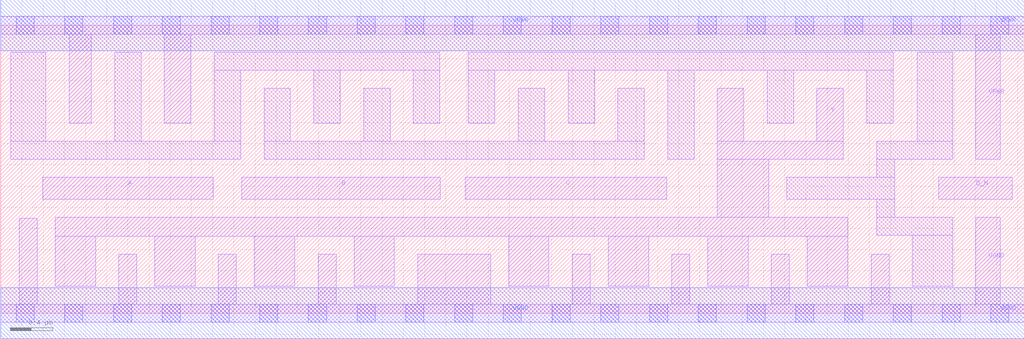
<source format=lef>
# Copyright 2020 The SkyWater PDK Authors
#
# Licensed under the Apache License, Version 2.0 (the "License");
# you may not use this file except in compliance with the License.
# You may obtain a copy of the License at
#
#     https://www.apache.org/licenses/LICENSE-2.0
#
# Unless required by applicable law or agreed to in writing, software
# distributed under the License is distributed on an "AS IS" BASIS,
# WITHOUT WARRANTIES OR CONDITIONS OF ANY KIND, either express or implied.
# See the License for the specific language governing permissions and
# limitations under the License.
#
# SPDX-License-Identifier: Apache-2.0

VERSION 5.7 ;
  NAMESCASESENSITIVE ON ;
  NOWIREEXTENSIONATPIN ON ;
  DIVIDERCHAR "/" ;
  BUSBITCHARS "[]" ;
UNITS
  DATABASE MICRONS 200 ;
END UNITS
PROPERTYDEFINITIONS
  MACRO maskLayoutSubType STRING ;
  MACRO prCellType STRING ;
  MACRO originalViewName STRING ;
END PROPERTYDEFINITIONS
MACRO sky130_fd_sc_hdll__nor4b_4
  CLASS CORE ;
  FOREIGN sky130_fd_sc_hdll__nor4b_4 ;
  ORIGIN  0.000000  0.000000 ;
  SIZE  9.660000 BY  2.720000 ;
  SYMMETRY X Y R90 ;
  SITE unithd ;
  PIN A
    ANTENNAGATEAREA  1.110000 ;
    DIRECTION INPUT ;
    USE SIGNAL ;
    PORT
      LAYER li1 ;
        RECT 0.395000 1.075000 2.005000 1.285000 ;
    END
  END A
  PIN B
    ANTENNAGATEAREA  1.110000 ;
    DIRECTION INPUT ;
    USE SIGNAL ;
    PORT
      LAYER li1 ;
        RECT 2.275000 1.075000 4.150000 1.285000 ;
    END
  END B
  PIN C
    ANTENNAGATEAREA  1.110000 ;
    DIRECTION INPUT ;
    USE SIGNAL ;
    PORT
      LAYER li1 ;
        RECT 4.385000 1.075000 6.285000 1.285000 ;
    END
  END C
  PIN D_N
    ANTENNAGATEAREA  0.277500 ;
    DIRECTION INPUT ;
    USE SIGNAL ;
    PORT
      LAYER li1 ;
        RECT 8.855000 1.075000 9.550000 1.285000 ;
    END
  END D_N
  PIN VGND
    ANTENNADIFFAREA  2.281500 ;
    DIRECTION INOUT ;
    USE SIGNAL ;
    PORT
      LAYER li1 ;
        RECT 0.000000 -0.085000 9.660000 0.085000 ;
        RECT 0.175000  0.085000 0.345000 0.895000 ;
        RECT 1.115000  0.085000 1.285000 0.555000 ;
        RECT 2.055000  0.085000 2.225000 0.555000 ;
        RECT 2.995000  0.085000 3.165000 0.555000 ;
        RECT 3.935000  0.085000 4.625000 0.555000 ;
        RECT 5.395000  0.085000 5.565000 0.555000 ;
        RECT 6.335000  0.085000 6.505000 0.555000 ;
        RECT 7.275000  0.085000 7.445000 0.555000 ;
        RECT 8.215000  0.085000 8.385000 0.555000 ;
        RECT 9.205000  0.085000 9.435000 0.905000 ;
      LAYER mcon ;
        RECT 0.145000 -0.085000 0.315000 0.085000 ;
        RECT 0.605000 -0.085000 0.775000 0.085000 ;
        RECT 1.065000 -0.085000 1.235000 0.085000 ;
        RECT 1.525000 -0.085000 1.695000 0.085000 ;
        RECT 1.985000 -0.085000 2.155000 0.085000 ;
        RECT 2.445000 -0.085000 2.615000 0.085000 ;
        RECT 2.905000 -0.085000 3.075000 0.085000 ;
        RECT 3.365000 -0.085000 3.535000 0.085000 ;
        RECT 3.825000 -0.085000 3.995000 0.085000 ;
        RECT 4.285000 -0.085000 4.455000 0.085000 ;
        RECT 4.745000 -0.085000 4.915000 0.085000 ;
        RECT 5.205000 -0.085000 5.375000 0.085000 ;
        RECT 5.665000 -0.085000 5.835000 0.085000 ;
        RECT 6.125000 -0.085000 6.295000 0.085000 ;
        RECT 6.585000 -0.085000 6.755000 0.085000 ;
        RECT 7.045000 -0.085000 7.215000 0.085000 ;
        RECT 7.505000 -0.085000 7.675000 0.085000 ;
        RECT 7.965000 -0.085000 8.135000 0.085000 ;
        RECT 8.425000 -0.085000 8.595000 0.085000 ;
        RECT 8.885000 -0.085000 9.055000 0.085000 ;
        RECT 9.345000 -0.085000 9.515000 0.085000 ;
      LAYER met1 ;
        RECT 0.000000 -0.240000 9.660000 0.240000 ;
    END
  END VGND
  PIN VPWR
    ANTENNADIFFAREA  0.870000 ;
    DIRECTION INOUT ;
    USE SIGNAL ;
    PORT
      LAYER li1 ;
        RECT 0.000000 2.635000 9.660000 2.805000 ;
        RECT 0.645000 1.795000 0.855000 2.635000 ;
        RECT 1.545000 1.795000 1.795000 2.635000 ;
        RECT 9.205000 1.455000 9.435000 2.635000 ;
      LAYER mcon ;
        RECT 0.145000 2.635000 0.315000 2.805000 ;
        RECT 0.605000 2.635000 0.775000 2.805000 ;
        RECT 1.065000 2.635000 1.235000 2.805000 ;
        RECT 1.525000 2.635000 1.695000 2.805000 ;
        RECT 1.985000 2.635000 2.155000 2.805000 ;
        RECT 2.445000 2.635000 2.615000 2.805000 ;
        RECT 2.905000 2.635000 3.075000 2.805000 ;
        RECT 3.365000 2.635000 3.535000 2.805000 ;
        RECT 3.825000 2.635000 3.995000 2.805000 ;
        RECT 4.285000 2.635000 4.455000 2.805000 ;
        RECT 4.745000 2.635000 4.915000 2.805000 ;
        RECT 5.205000 2.635000 5.375000 2.805000 ;
        RECT 5.665000 2.635000 5.835000 2.805000 ;
        RECT 6.125000 2.635000 6.295000 2.805000 ;
        RECT 6.585000 2.635000 6.755000 2.805000 ;
        RECT 7.045000 2.635000 7.215000 2.805000 ;
        RECT 7.505000 2.635000 7.675000 2.805000 ;
        RECT 7.965000 2.635000 8.135000 2.805000 ;
        RECT 8.425000 2.635000 8.595000 2.805000 ;
        RECT 8.885000 2.635000 9.055000 2.805000 ;
        RECT 9.345000 2.635000 9.515000 2.805000 ;
      LAYER met1 ;
        RECT 0.000000 2.480000 9.660000 2.960000 ;
    END
  END VPWR
  PIN Y
    ANTENNADIFFAREA  2.341500 ;
    DIRECTION OUTPUT ;
    USE SIGNAL ;
    PORT
      LAYER li1 ;
        RECT 0.515000 0.255000 0.895000 0.725000 ;
        RECT 0.515000 0.725000 7.995000 0.905000 ;
        RECT 1.455000 0.255000 1.835000 0.725000 ;
        RECT 2.395000 0.255000 2.775000 0.725000 ;
        RECT 3.335000 0.255000 3.715000 0.725000 ;
        RECT 4.795000 0.255000 5.175000 0.725000 ;
        RECT 5.735000 0.255000 6.115000 0.725000 ;
        RECT 6.675000 0.255000 7.055000 0.725000 ;
        RECT 6.765000 0.905000 7.250000 1.455000 ;
        RECT 6.765000 1.455000 7.955000 1.625000 ;
        RECT 6.765000 1.625000 7.015000 2.125000 ;
        RECT 7.615000 0.255000 7.995000 0.725000 ;
        RECT 7.705000 1.625000 7.955000 2.125000 ;
    END
  END Y
  OBS
    LAYER li1 ;
      RECT 0.095000 1.455000 2.265000 1.625000 ;
      RECT 0.095000 1.625000 0.425000 2.465000 ;
      RECT 1.075000 1.625000 1.325000 2.465000 ;
      RECT 2.015000 1.625000 2.265000 2.295000 ;
      RECT 2.015000 2.295000 4.145000 2.465000 ;
      RECT 2.485000 1.455000 6.075000 1.625000 ;
      RECT 2.485000 1.625000 2.735000 2.125000 ;
      RECT 2.955000 1.795000 3.205000 2.295000 ;
      RECT 3.425000 1.625000 3.675000 2.125000 ;
      RECT 3.895000 1.795000 4.145000 2.295000 ;
      RECT 4.415000 1.795000 4.665000 2.295000 ;
      RECT 4.415000 2.295000 8.425000 2.465000 ;
      RECT 4.885000 1.625000 5.135000 2.125000 ;
      RECT 5.355000 1.795000 5.605000 2.295000 ;
      RECT 5.825000 1.625000 6.075000 2.125000 ;
      RECT 6.295000 1.455000 6.545000 2.295000 ;
      RECT 7.235000 1.795000 7.485000 2.295000 ;
      RECT 7.420000 1.075000 8.440000 1.285000 ;
      RECT 8.175000 1.795000 8.425000 2.295000 ;
      RECT 8.270000 0.735000 8.985000 0.905000 ;
      RECT 8.270000 0.905000 8.440000 1.075000 ;
      RECT 8.270000 1.285000 8.440000 1.455000 ;
      RECT 8.270000 1.455000 8.985000 1.625000 ;
      RECT 8.610000 0.255000 8.985000 0.735000 ;
      RECT 8.650000 1.625000 8.985000 2.465000 ;
  END
  PROPERTY maskLayoutSubType "abstract" ;
  PROPERTY prCellType "standard" ;
  PROPERTY originalViewName "layout" ;
END sky130_fd_sc_hdll__nor4b_4

</source>
